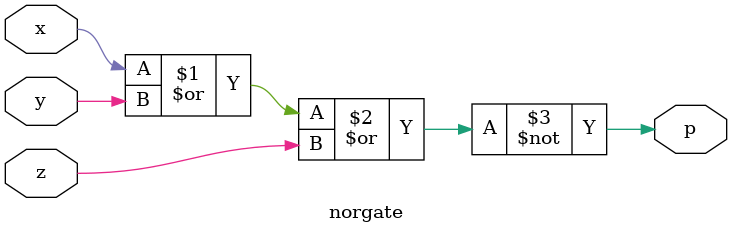
<source format=v>

module norgate(
    input x,
    input y,
    input z,
    output p
);

assign p = ~(x|y|z);
endmodule


</source>
